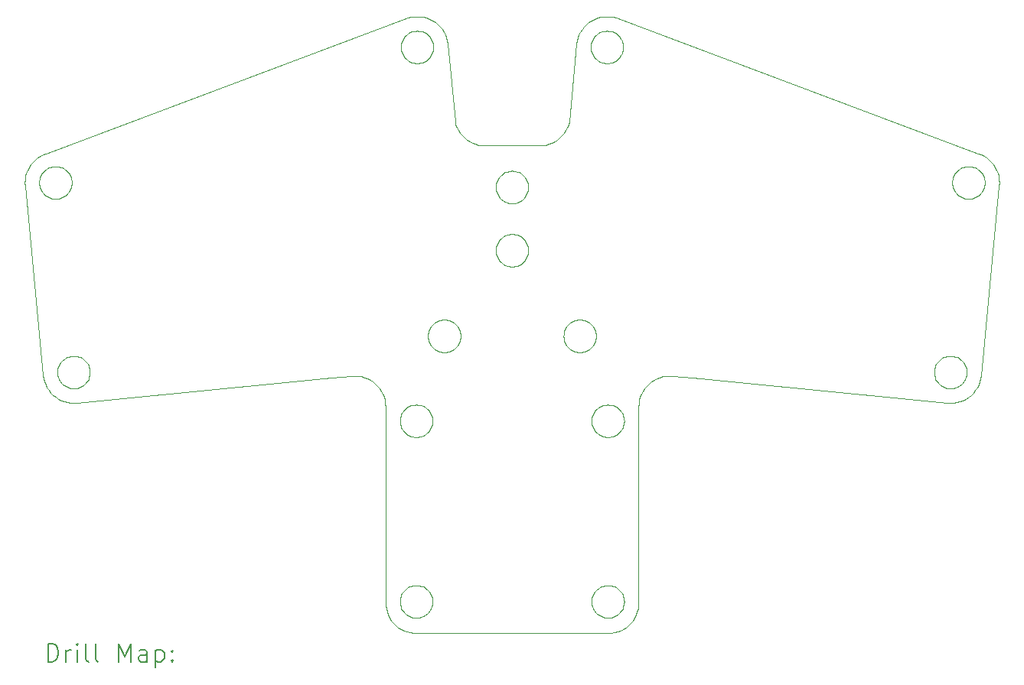
<source format=gbr>
%TF.GenerationSoftware,KiCad,Pcbnew,7.0.8*%
%TF.CreationDate,2023-10-23T18:46:16+02:00*%
%TF.ProjectId,LED_Eyes2,4c45445f-4579-4657-9332-2e6b69636164,rev?*%
%TF.SameCoordinates,Original*%
%TF.FileFunction,Drillmap*%
%TF.FilePolarity,Positive*%
%FSLAX45Y45*%
G04 Gerber Fmt 4.5, Leading zero omitted, Abs format (unit mm)*
G04 Created by KiCad (PCBNEW 7.0.8) date 2023-10-23 18:46:16*
%MOMM*%
%LPD*%
G01*
G04 APERTURE LIST*
%ADD10C,0.100000*%
%ADD11C,0.200000*%
G04 APERTURE END LIST*
D10*
X12889320Y-13462170D02*
X12907520Y-13457290D01*
X14884939Y-11633361D02*
X14885926Y-11614545D01*
X14150562Y-8937560D02*
X14160824Y-8953360D01*
X18964940Y-8837480D02*
X18981730Y-8828920D01*
X18817510Y-11269427D02*
X18799320Y-11264551D01*
X12773750Y-13688980D02*
X12768870Y-13670780D01*
X14984249Y-7160790D02*
X14949874Y-7170000D01*
X13899140Y-8897740D02*
X13914941Y-8887480D01*
X14628298Y-8348430D02*
X14615545Y-8381650D01*
X14931005Y-10730790D02*
X14926130Y-10748980D01*
X14160824Y-9653360D02*
X14169378Y-9670150D01*
X15241010Y-13595940D02*
X15243950Y-13614540D01*
X19393080Y-8957820D02*
X19387510Y-8922670D01*
X12768870Y-11595937D02*
X12773750Y-11577738D01*
X13207610Y-7265860D02*
X13182445Y-7240690D01*
X18875930Y-8974550D02*
X18878870Y-8955940D01*
X13884498Y-9609600D02*
X13899140Y-9597740D01*
X15780480Y-11135224D02*
X16004940Y-11157670D01*
X15292440Y-13896030D02*
X15317610Y-13870860D01*
X14504786Y-8518430D02*
X14474940Y-8537810D01*
X9081730Y-10928920D02*
X9099320Y-10922170D01*
X15243950Y-11614545D02*
X15244940Y-11633361D01*
X14921174Y-7372920D02*
X14934496Y-7359600D01*
X13410825Y-10603360D02*
X13419379Y-10620150D01*
X14110740Y-9188980D02*
X14094939Y-9199250D01*
X13025631Y-7160790D02*
X12990480Y-7155220D01*
X14890501Y-7420150D02*
X14899055Y-7403360D01*
X12854940Y-11789245D02*
X12839140Y-11778983D01*
X14944495Y-11499595D02*
X14959138Y-11487737D01*
X15064940Y-13813360D02*
X15046120Y-13812370D01*
X14181005Y-9005940D02*
X14183953Y-9024550D01*
X13123954Y-13652180D02*
X13121008Y-13670780D01*
X19231010Y-8955940D02*
X19233950Y-8974550D01*
X12809320Y-7387560D02*
X12821180Y-7372920D01*
X15492270Y-11245856D02*
X15517440Y-11220692D01*
X9244940Y-11249245D02*
X9228150Y-11257799D01*
X9192370Y-10917290D02*
X9210560Y-10922170D01*
X8973760Y-9172370D02*
X8954940Y-9173360D01*
X13217516Y-10869430D02*
X13199317Y-10864550D01*
X12839140Y-11778983D02*
X12824500Y-11767127D01*
X13825927Y-9062180D02*
X13824941Y-9043360D01*
X13050742Y-11487737D02*
X13065385Y-11499595D01*
X14909316Y-7387560D02*
X14921174Y-7372920D01*
X14933953Y-10674550D02*
X14934939Y-10693360D01*
X19130010Y-11293207D02*
X19149390Y-11263361D01*
X9136130Y-11272375D02*
X9117520Y-11269427D01*
X19254790Y-8718290D02*
X19224940Y-8698910D01*
X13121008Y-13670780D02*
X13116131Y-13688980D01*
X14900501Y-13560150D02*
X14909055Y-13543360D01*
X12963760Y-11454346D02*
X12982360Y-11457294D01*
X15054940Y-7673360D02*
X15036120Y-7672370D01*
X19019380Y-11020150D02*
X19026130Y-11037740D01*
X8616800Y-9028900D02*
X8816800Y-11128901D01*
X12692270Y-13870860D02*
X12717440Y-13896030D01*
X9275380Y-10959600D02*
X9288710Y-10972920D01*
X19307610Y-8765860D02*
X19282440Y-8740690D01*
X12773750Y-11688984D02*
X12768870Y-11670785D01*
X13833750Y-8987740D02*
X13840502Y-8970150D01*
X14183953Y-9762180D02*
X14181005Y-9780790D01*
X12917520Y-7317290D02*
X12936130Y-7314350D01*
X13433955Y-10712180D02*
X13431007Y-10730790D01*
X13018154Y-13797800D02*
X13000560Y-13804550D01*
X8978870Y-11130785D02*
X8975930Y-11112176D01*
X13849056Y-9833360D02*
X13840502Y-9816570D01*
X14875925Y-7512180D02*
X14874940Y-7493360D01*
X9154940Y-11433361D02*
X9190480Y-11431498D01*
X14681727Y-10857800D02*
X14664939Y-10849250D01*
X8631580Y-8888300D02*
X8622370Y-8922670D01*
X15175380Y-7359600D02*
X15188700Y-7372920D01*
X8614940Y-8993360D02*
X8616800Y-9028900D01*
X13914941Y-9199250D02*
X13899140Y-9188980D01*
X19026130Y-11148984D02*
X19019380Y-11166573D01*
X15244940Y-13633360D02*
X15243950Y-13652180D01*
X9021180Y-11213804D02*
X9009320Y-11199161D01*
X12774940Y-7493360D02*
X12775930Y-7474550D01*
X14900501Y-11560148D02*
X14909055Y-11543360D01*
X18709320Y-10987560D02*
X18721170Y-10972920D01*
X18910560Y-10922170D02*
X18928150Y-10928920D01*
X12717440Y-13896030D02*
X12745100Y-13918430D01*
X15064940Y-11453361D02*
X15083750Y-11454346D01*
X14634496Y-10827130D02*
X14621174Y-10813800D01*
X19193080Y-11128901D02*
X19393080Y-9028900D01*
X12992370Y-7669430D02*
X12973760Y-7672370D01*
X8999060Y-11183361D02*
X8990500Y-11166573D01*
X12764940Y-13633360D02*
X12765930Y-13614540D01*
X14699316Y-10864550D02*
X14681727Y-10857800D01*
X14934939Y-10693360D02*
X14933953Y-10712180D01*
X13967516Y-9219430D02*
X13949317Y-9214550D01*
X13278300Y-7388300D02*
X13265546Y-7355070D01*
X8849140Y-8847740D02*
X8864940Y-8837480D01*
X13199317Y-10522170D02*
X13217516Y-10517290D01*
X15170000Y-13966720D02*
X15203230Y-13953960D01*
X19054940Y-8813360D02*
X19073750Y-8814350D01*
X8784940Y-8698910D02*
X8755090Y-8718290D01*
X8879870Y-11293207D02*
X8902270Y-11320865D01*
X12973760Y-7314350D02*
X12992370Y-7317290D01*
X18899050Y-9083360D02*
X18890500Y-9066570D01*
X13828875Y-9080790D02*
X13825927Y-9062180D01*
X13426131Y-10748980D02*
X13419379Y-10766570D01*
X18944940Y-11249245D02*
X18928150Y-11257799D01*
X13884498Y-8909600D02*
X13899140Y-8897740D01*
X15125630Y-7160790D02*
X15090480Y-7155220D01*
X13116131Y-13577740D02*
X13121008Y-13595940D01*
X9136130Y-10914350D02*
X9154940Y-10913360D01*
X14926130Y-10748980D02*
X14919378Y-10766570D01*
X9134940Y-8993360D02*
X9133950Y-9012180D01*
X9034500Y-10959600D02*
X9049140Y-10947740D01*
X19387510Y-8922670D02*
X19378300Y-8888300D01*
X15170740Y-11778983D02*
X15154940Y-11789245D01*
X18699050Y-11003360D02*
X18709320Y-10987560D01*
X18949140Y-9138980D02*
X18934500Y-9127130D01*
X12559390Y-11303361D02*
X12575550Y-11335070D01*
X12765930Y-11652177D02*
X12764940Y-11633361D01*
X12264940Y-11133361D02*
X12300480Y-11135224D01*
X15231010Y-7455940D02*
X15233950Y-7474550D01*
X14094939Y-9899250D02*
X14078152Y-9907800D01*
X14949139Y-7347740D02*
X14964939Y-7337480D01*
X15046120Y-13812370D02*
X15027520Y-13809430D01*
X13000560Y-13804550D02*
X12982360Y-13809430D01*
X13344941Y-10849250D02*
X13328153Y-10857800D01*
X15102360Y-11457294D02*
X15120560Y-11462171D01*
X12854940Y-13477470D02*
X12871730Y-13468920D01*
X18960000Y-11416720D02*
X18993230Y-11403966D01*
X14991726Y-11468923D02*
X15009320Y-11462171D01*
X14042364Y-9919430D02*
X14023754Y-9922370D01*
X12588300Y-11368294D02*
X12597510Y-11402671D01*
X14779873Y-7293510D02*
X14760491Y-7323360D01*
X15229380Y-11706574D02*
X15220820Y-11723360D01*
X14176130Y-8987740D02*
X14181005Y-9005940D01*
X13126131Y-7437740D02*
X13131007Y-7455940D01*
X14949139Y-7638980D02*
X14934496Y-7627130D01*
X9075380Y-9127130D02*
X9060740Y-9138980D01*
X19188700Y-9113800D02*
X19175380Y-9127130D01*
X18874940Y-8993360D02*
X18875930Y-8974550D01*
X8799060Y-9083360D02*
X8790500Y-9066570D01*
X13110825Y-7583360D02*
X13100564Y-7599160D01*
X14181005Y-9780790D02*
X14176130Y-9798980D01*
X14773754Y-10872370D02*
X14754940Y-10873360D01*
X12597510Y-11402671D02*
X12603080Y-11437821D01*
X9075380Y-8859600D02*
X9088710Y-8872920D01*
X13010564Y-7322170D02*
X13028153Y-7328920D01*
X13419379Y-10620150D02*
X13426131Y-10637740D01*
X8727440Y-8740690D02*
X8702270Y-8765860D01*
X12604940Y-11473360D02*
X12604940Y-13643360D01*
X14060563Y-9572170D02*
X14078152Y-9578920D01*
X14183953Y-9024550D02*
X14184939Y-9043360D01*
X13018154Y-11797799D02*
X13000560Y-11804551D01*
X13249389Y-7323360D02*
X13230007Y-7293510D01*
X18910560Y-11264551D02*
X18892360Y-11269427D01*
X12799320Y-13739160D02*
X12789060Y-13723360D01*
X13154787Y-7218290D02*
X13124941Y-7198910D01*
X13050742Y-13778980D02*
X13034940Y-13789240D01*
X13986126Y-9922370D02*
X13967516Y-9919430D01*
X14959138Y-11778983D02*
X14944495Y-11767127D01*
X14184939Y-9743360D02*
X14183953Y-9762180D01*
X13833750Y-9098980D02*
X13828875Y-9080790D01*
X14042364Y-8867290D02*
X14060563Y-8872170D01*
X8821180Y-9113800D02*
X8809320Y-9099160D01*
X12982360Y-13457290D02*
X13000560Y-13462170D01*
X8616800Y-8957820D02*
X8614940Y-8993360D01*
X18960740Y-11238984D02*
X18944940Y-11249245D01*
X9310830Y-11003360D02*
X9319380Y-11020150D01*
X19033950Y-11112176D02*
X19031010Y-11130785D01*
X15517440Y-11220692D02*
X15545090Y-11198295D01*
X18921170Y-9113800D02*
X18909320Y-9099160D01*
X14160824Y-9833360D02*
X14150562Y-9849160D01*
X14304940Y-8583360D02*
X13704940Y-8583360D01*
X12774940Y-13937810D02*
X12806650Y-13953960D01*
X18949140Y-8847740D02*
X18964940Y-8837480D01*
X14949874Y-7170000D02*
X14916648Y-7182760D01*
X12907520Y-13457290D02*
X12926130Y-13454340D01*
X18799320Y-10922170D02*
X18817510Y-10917290D01*
X14023754Y-9922370D02*
X14004940Y-9923360D01*
X15210560Y-13739160D02*
X15198710Y-13753800D01*
X18709320Y-11199161D02*
X18699050Y-11183361D01*
X14999316Y-7664550D02*
X14981727Y-7657800D01*
X15144940Y-7337480D02*
X15160740Y-7347740D01*
X14981727Y-7657800D02*
X14964939Y-7649250D01*
X15226130Y-7437740D02*
X15231010Y-7455940D01*
X14934496Y-7359600D02*
X14949139Y-7347740D01*
X13075927Y-10712180D02*
X13074941Y-10693360D01*
X13949317Y-9214550D02*
X13931728Y-9207800D01*
X9049140Y-11238984D02*
X9034500Y-11227126D01*
X13388706Y-10572920D02*
X13400564Y-10587560D01*
X18781730Y-11257799D02*
X18764940Y-11249245D01*
X12824500Y-11499595D02*
X12839140Y-11487737D01*
X9117520Y-11269427D02*
X9099320Y-11264551D01*
X13344941Y-10537480D02*
X13360741Y-10547740D01*
X8954940Y-8813360D02*
X8973760Y-8814350D01*
X14681727Y-10528920D02*
X14699316Y-10522170D01*
X14893749Y-13688980D02*
X14888872Y-13670780D01*
X15198710Y-13512920D02*
X15210560Y-13527560D01*
X13287511Y-7422670D02*
X13278300Y-7388300D01*
X14181005Y-9705940D02*
X14183953Y-9724550D01*
X13099056Y-10603360D02*
X13109318Y-10587560D01*
X15231010Y-7530790D02*
X15226130Y-7548980D01*
X14736124Y-10514350D02*
X14754940Y-10513360D01*
X13181728Y-10528920D02*
X13199317Y-10522170D01*
X13505094Y-8518430D02*
X13477436Y-8496030D01*
X15200560Y-7387560D02*
X15210820Y-7403360D01*
X9099320Y-10922170D02*
X9117520Y-10917290D01*
X12370010Y-11150002D02*
X12403230Y-11162755D01*
X18675930Y-11074546D02*
X18678870Y-11055936D01*
X19160740Y-9138980D02*
X19144940Y-9149250D01*
X13431007Y-10655940D02*
X13433955Y-10674550D01*
X14060563Y-9214550D02*
X14042364Y-9219430D01*
X18734500Y-10959600D02*
X18749140Y-10947740D01*
X15236130Y-11577738D02*
X15241010Y-11595937D01*
X19210820Y-8903360D02*
X19219380Y-8920150D01*
X14717515Y-10869430D02*
X14699316Y-10864550D01*
X13410493Y-8413360D02*
X13394335Y-8381650D01*
X18674940Y-11093360D02*
X18675930Y-11074546D01*
X18988700Y-10972920D02*
X19000560Y-10987560D01*
X12606800Y-13678900D02*
X12612370Y-13714050D01*
X13181728Y-10857800D02*
X13164941Y-10849250D01*
X13131007Y-7455940D02*
X13133955Y-7474550D01*
X14828152Y-10528920D02*
X14844939Y-10537480D01*
X12963760Y-13812370D02*
X12944940Y-13813360D01*
X13400564Y-10587560D02*
X13410825Y-10603360D01*
X15138150Y-11468923D02*
X15154940Y-11477476D01*
X19187510Y-11164051D02*
X19193080Y-11128901D01*
X15160740Y-7638980D02*
X15144940Y-7649250D01*
X15359390Y-13813360D02*
X15375540Y-13781650D01*
X13099056Y-10783360D02*
X13090502Y-10766570D01*
X14931173Y-13512920D02*
X14944495Y-13499590D01*
X13100564Y-7387560D02*
X13110825Y-7403360D01*
X13859318Y-8937560D02*
X13871175Y-8922920D01*
X15229380Y-11560148D02*
X15236130Y-11577738D01*
X18944940Y-10937480D02*
X18960740Y-10947740D01*
X18675930Y-11112176D02*
X18674940Y-11093360D01*
X15009320Y-11462171D02*
X15027520Y-11457294D01*
X9300560Y-11199161D02*
X9288710Y-11213804D01*
X15744940Y-11133361D02*
X15780480Y-11135224D01*
X19031010Y-11130785D02*
X19026130Y-11148984D01*
X14828152Y-10857800D02*
X14810563Y-10864550D01*
X19026130Y-11037740D02*
X19031010Y-11055936D01*
X15220820Y-13543360D02*
X15229380Y-13560150D01*
X15236130Y-13688980D02*
X15229380Y-13706570D01*
X13100564Y-7599160D02*
X13088706Y-7613800D01*
X19000560Y-11199161D02*
X18988700Y-11213804D01*
X15219380Y-7566570D02*
X15210820Y-7583360D01*
X19210820Y-9083360D02*
X19200560Y-9099160D01*
X9331010Y-11055936D02*
X9333950Y-11074546D01*
X18878870Y-8955940D02*
X18883750Y-8937740D01*
X15403080Y-13678900D02*
X15404940Y-13643360D01*
X12834500Y-7359600D02*
X12849140Y-7347740D01*
X19233950Y-8974550D02*
X19234940Y-8993360D01*
X15036120Y-7314350D02*
X15054940Y-7313360D01*
X13182445Y-7240690D02*
X13154787Y-7218290D01*
X15233950Y-7474550D02*
X15234940Y-7493360D01*
X15434330Y-11335070D02*
X15450490Y-11303361D01*
X14176130Y-9098980D02*
X14169378Y-9116570D01*
X18899050Y-8903360D02*
X18909320Y-8887560D01*
X14443230Y-8553970D02*
X14410004Y-8566720D01*
X14599055Y-10783360D02*
X14590501Y-10766570D01*
X15083750Y-11454346D02*
X15102360Y-11457294D01*
X9119400Y-11431498D02*
X9154940Y-11433361D01*
X9228150Y-11257799D02*
X9210560Y-11264551D01*
X14169378Y-9816570D02*
X14160824Y-9833360D01*
X14094939Y-9587480D02*
X14110740Y-9597740D01*
X12821180Y-7372920D02*
X12834500Y-7359600D01*
X9044940Y-8837480D02*
X9060740Y-8847740D01*
X9099320Y-11264551D02*
X9081730Y-11257799D01*
X14959138Y-11487737D02*
X14974940Y-11477476D01*
X13126131Y-7548980D02*
X13119379Y-7566570D01*
X9210560Y-11264551D02*
X9192370Y-11269427D01*
X13429874Y-8443210D02*
X13410493Y-8413360D01*
X12926130Y-13454340D02*
X12944940Y-13453360D01*
X13065385Y-11499595D02*
X13078707Y-11512917D01*
X19128150Y-9157800D02*
X19110560Y-9164550D01*
X15200560Y-7599160D02*
X15188700Y-7613800D01*
X13388706Y-10813800D02*
X13375384Y-10827130D01*
X9133950Y-9012180D02*
X9131010Y-9030790D01*
X15210560Y-11527560D02*
X15220820Y-11543360D01*
X12871730Y-13468920D02*
X12889320Y-13462170D01*
X9060740Y-9138980D02*
X9044940Y-9149250D01*
X19031010Y-11055936D02*
X19033950Y-11074546D01*
X14583749Y-10637740D02*
X14590501Y-10620150D01*
X9288710Y-10972920D02*
X9300560Y-10987560D01*
X12849140Y-7638980D02*
X12834500Y-7627130D01*
X13273756Y-10514350D02*
X13292365Y-10517290D01*
X13452271Y-8470870D02*
X13429874Y-8443210D01*
X15234940Y-13937810D02*
X15264780Y-13918430D01*
X13044941Y-7337480D02*
X13060741Y-7347740D01*
X13100825Y-13723360D02*
X13090563Y-13739160D01*
X8778870Y-9030790D02*
X8775930Y-9012180D01*
X14991726Y-13468920D02*
X15009320Y-13462170D01*
X12944940Y-13813360D02*
X12926130Y-13812370D01*
X13124941Y-11633361D02*
X13123954Y-11652177D01*
X19234940Y-8993360D02*
X19233950Y-9012180D01*
X14169378Y-8970150D02*
X14176130Y-8987740D01*
X12839140Y-13487740D02*
X12854940Y-13477470D01*
X8778870Y-8955940D02*
X8783750Y-8937740D01*
X13060741Y-7347740D02*
X13075384Y-7359600D01*
X13110825Y-7403360D02*
X13119379Y-7420150D01*
X19019380Y-11166573D02*
X19010820Y-11183361D01*
X15138150Y-11797799D02*
X15120560Y-11804551D01*
X13431007Y-10730790D02*
X13426131Y-10748980D01*
X12335630Y-11140790D02*
X12370010Y-11150002D01*
X15120560Y-11462171D02*
X15138150Y-11468923D01*
X9326130Y-11037740D02*
X9331010Y-11055936D01*
X14744334Y-7355070D02*
X14731580Y-7388300D01*
X12612370Y-13714050D02*
X12621580Y-13748420D01*
X8679870Y-8793510D02*
X8660490Y-8823360D01*
X13825927Y-9724550D02*
X13828875Y-9705940D01*
X13083750Y-10637740D02*
X13090502Y-10620150D01*
X15243950Y-13652180D02*
X15241010Y-13670780D01*
X14169378Y-9670150D02*
X14176130Y-9687740D01*
X19178300Y-11198426D02*
X19187510Y-11164051D01*
X12936130Y-7672370D02*
X12917520Y-7669430D01*
X15185380Y-13767130D02*
X15170740Y-13778980D01*
X19073750Y-9172370D02*
X19054940Y-9173360D01*
X13123954Y-11652177D02*
X13121008Y-11670785D01*
X13018154Y-11468923D02*
X13034940Y-11477476D01*
X13884498Y-9877130D02*
X13871175Y-9863800D01*
X13871175Y-9622920D02*
X13884498Y-9609600D01*
X13109379Y-13706570D02*
X13100825Y-13723360D01*
X13078707Y-13753800D02*
X13065385Y-13767130D01*
X14160824Y-8953360D02*
X14169378Y-8970150D01*
X13060741Y-7638980D02*
X13044941Y-7649250D01*
X18909320Y-8887560D02*
X18921170Y-8872920D01*
X13065385Y-13499590D02*
X13078707Y-13512920D01*
X8975930Y-11112176D02*
X8974940Y-11093360D01*
X18854940Y-11273360D02*
X18836120Y-11272375D01*
X12854940Y-11477476D02*
X12871730Y-11468923D01*
X13078707Y-11512917D02*
X13090563Y-11527560D01*
X15469870Y-11273514D02*
X15492270Y-11245856D01*
X19365540Y-8855070D02*
X19349390Y-8823360D01*
X12464790Y-11198295D02*
X12492440Y-11220692D01*
X9331010Y-11130785D02*
X9326130Y-11148984D01*
X13074941Y-10693360D02*
X13075927Y-10674550D01*
X12789060Y-11723360D02*
X12780500Y-11706574D01*
X12982360Y-11457294D02*
X13000560Y-11462171D01*
X15154940Y-13789240D02*
X15138150Y-13797800D01*
X15412370Y-11402671D02*
X15421580Y-11368294D01*
X14919378Y-10766570D02*
X14910824Y-10783360D01*
X12783750Y-7548980D02*
X12778870Y-7530790D01*
X9016650Y-11403966D02*
X9049880Y-11416720D01*
X14621174Y-10572920D02*
X14634496Y-10559600D01*
X13375384Y-10827130D02*
X13360741Y-10838980D01*
X12889320Y-11804551D02*
X12871730Y-11797799D01*
X15054940Y-7313360D02*
X15073750Y-7314350D01*
X8834500Y-8859600D02*
X8849140Y-8847740D01*
X8809320Y-8887560D02*
X8821180Y-8872920D01*
X15674250Y-11140790D02*
X15709400Y-11135224D01*
X15241010Y-11595937D02*
X15243950Y-11614545D01*
X18892360Y-10917290D02*
X18910560Y-10922170D01*
X13310564Y-10522170D02*
X13328153Y-10528920D01*
X14574940Y-10693360D02*
X14575925Y-10674550D01*
X18799320Y-11264551D02*
X18781730Y-11257799D01*
X13109379Y-11706574D02*
X13100825Y-11723360D01*
X14959138Y-13778980D02*
X14944495Y-13767130D01*
X9034500Y-11227126D02*
X9021180Y-11213804D01*
X13265546Y-7355070D02*
X13249389Y-7323360D01*
X14885926Y-13614540D02*
X14888872Y-13595940D01*
X14125382Y-9609600D02*
X14138705Y-9622920D01*
X15064940Y-11813361D02*
X15046120Y-11812374D01*
X8902270Y-11320865D02*
X8927440Y-11346030D01*
X14634496Y-10559600D02*
X14649139Y-10547740D01*
X14599055Y-10603360D02*
X14609316Y-10587560D01*
X14773754Y-10514350D02*
X14792364Y-10517290D01*
X9028150Y-8828920D02*
X9044940Y-8837480D01*
X14909055Y-13543360D02*
X14919317Y-13527560D01*
X15175380Y-7627130D02*
X15160740Y-7638980D01*
X15198710Y-13753800D02*
X15185380Y-13767130D01*
X12944940Y-11813361D02*
X12926130Y-11812374D01*
X13828875Y-9005940D02*
X13833750Y-8987740D01*
X12824500Y-13767130D02*
X12811170Y-13753800D01*
X9049880Y-11416720D02*
X9084250Y-11425931D01*
X13065385Y-13767130D02*
X13050742Y-13778980D01*
X18764940Y-11249245D02*
X18749140Y-11238984D01*
X8936130Y-8814350D02*
X8954940Y-8813360D01*
X8816650Y-8682760D02*
X8784940Y-8698910D01*
X12907520Y-11457294D02*
X12926130Y-11454346D01*
X13849056Y-9133360D02*
X13840502Y-9116570D01*
X15102360Y-11809428D02*
X15083750Y-11812374D01*
X8755090Y-8718290D02*
X8727440Y-8740690D01*
X14919317Y-11527560D02*
X14931173Y-11512917D01*
X18819400Y-11431498D02*
X18854940Y-11433361D01*
X14919378Y-10620150D02*
X14926130Y-10637740D01*
X14474940Y-8537810D02*
X14443230Y-8553970D01*
X12881730Y-7657800D02*
X12864940Y-7649250D01*
X13477436Y-8496030D02*
X13452271Y-8470870D01*
X14138705Y-9622920D02*
X14150562Y-9637560D01*
X15128150Y-7328920D02*
X15144940Y-7337480D01*
X19219380Y-8920150D02*
X19226130Y-8937740D01*
X14919317Y-11739162D02*
X14909055Y-11723360D01*
X14933953Y-10712180D02*
X14931005Y-10730790D01*
X13199317Y-10864550D02*
X13181728Y-10857800D01*
X13116131Y-11688984D02*
X13109379Y-11706574D01*
X13931728Y-8878920D02*
X13949317Y-8872170D01*
X12954940Y-7313360D02*
X12973760Y-7314350D01*
X13093232Y-7182760D02*
X13060006Y-7170000D01*
X13400564Y-10799160D02*
X13388706Y-10813800D01*
X13328153Y-10528920D02*
X13344941Y-10537480D01*
X13065385Y-11767127D02*
X13050742Y-11778983D01*
X9319380Y-11020150D02*
X9326130Y-11037740D01*
X19017510Y-8817290D02*
X19036120Y-8814350D01*
X15135630Y-13975930D02*
X15170000Y-13966720D01*
X15170740Y-13778980D02*
X15154940Y-13789240D01*
X8622370Y-8922670D02*
X8616800Y-8957820D01*
X19092360Y-8817290D02*
X19110560Y-8822170D01*
X14981727Y-7328920D02*
X14999316Y-7322170D01*
X12403230Y-11162755D02*
X12434940Y-11178911D01*
X19175380Y-8859600D02*
X19188700Y-8872920D01*
X13121008Y-11670785D02*
X13116131Y-11688984D01*
X14125382Y-9877130D02*
X14110740Y-9888980D01*
X13100825Y-13543360D02*
X13109379Y-13560150D01*
X18934500Y-9127130D02*
X18921170Y-9113800D01*
X8978870Y-11055936D02*
X8983750Y-11037740D01*
X13000560Y-13462170D02*
X13018154Y-13468920D01*
X14875382Y-10827130D02*
X14860740Y-10838980D01*
X18854940Y-10913360D02*
X18873750Y-10914350D01*
X8816800Y-11128901D02*
X8822370Y-11164051D01*
X12899320Y-7664550D02*
X12881730Y-7657800D01*
X15226130Y-7548980D02*
X15219380Y-7566570D01*
X14023754Y-9564350D02*
X14042364Y-9567290D01*
X18883750Y-8937740D02*
X18890500Y-8920150D01*
X13124941Y-13633360D02*
X13123954Y-13652180D01*
X18960740Y-10947740D02*
X18975380Y-10959600D01*
X15241010Y-11670785D02*
X15236130Y-11688984D01*
X18975380Y-11227126D02*
X18960740Y-11238984D01*
X9110830Y-9083360D02*
X9100560Y-9099160D01*
X8790500Y-8920150D02*
X8799060Y-8903360D01*
X12789060Y-13723360D02*
X12780500Y-13706570D01*
X14125382Y-9177130D02*
X14110740Y-9188980D01*
X15236130Y-13577740D02*
X15241010Y-13595940D01*
X15090480Y-7155220D02*
X15054940Y-7153360D01*
X13123954Y-13614540D02*
X13124941Y-13633360D01*
X13426131Y-10637740D02*
X13431007Y-10655940D01*
X8999060Y-11003360D02*
X9009320Y-10987560D01*
X13949317Y-9914550D02*
X13931728Y-9907800D01*
X14888872Y-11595937D02*
X14893749Y-11577738D01*
X8849880Y-8670000D02*
X8816650Y-8682760D01*
X8809320Y-9099160D02*
X8799060Y-9083360D01*
X13254940Y-10513360D02*
X13273756Y-10514350D01*
X13217516Y-10517290D02*
X13236126Y-10514350D01*
X14792364Y-10517290D02*
X14810563Y-10522170D01*
X14590501Y-10766570D02*
X14583749Y-10748980D01*
X15120560Y-13804550D02*
X15102360Y-13809430D01*
X18836120Y-11272375D02*
X18817510Y-11269427D01*
X15210560Y-11739162D02*
X15198710Y-11753805D01*
X14169378Y-9116570D02*
X14160824Y-9133360D01*
X18890480Y-11431498D02*
X18925630Y-11425931D01*
X13149140Y-10838980D02*
X13134498Y-10827130D01*
X13824941Y-9043360D02*
X13825927Y-9024550D01*
X13078875Y-10655940D02*
X13083750Y-10637740D01*
X15009320Y-13804550D02*
X14991726Y-13797800D01*
X15009320Y-13462170D02*
X15027520Y-13457290D01*
X12871730Y-11797799D02*
X12854940Y-11789245D01*
X14736124Y-10872370D02*
X14717515Y-10869430D01*
X13088706Y-7613800D02*
X13075384Y-7627130D01*
X14916648Y-7182760D02*
X14884939Y-7198910D01*
X12004940Y-11156916D02*
X12004940Y-11157670D01*
X15375540Y-13781650D02*
X15388300Y-13748420D01*
X12773750Y-11577738D02*
X12780500Y-11560148D01*
X14532444Y-8496030D02*
X14504786Y-8518430D01*
X12811170Y-13753800D02*
X12799320Y-13739160D01*
X12773750Y-13577740D02*
X12780500Y-13560150D01*
X14580006Y-8443210D02*
X14557609Y-8470870D01*
X14944495Y-13767130D02*
X14931173Y-13753800D01*
X19017510Y-9169430D02*
X18999320Y-9164550D01*
X14888872Y-13670780D02*
X14885926Y-13652180D01*
X8917520Y-8817290D02*
X8936130Y-8814350D01*
X12944940Y-13983360D02*
X15064940Y-13983360D01*
X8864940Y-8837480D02*
X8881730Y-8828920D01*
X14792364Y-10869430D02*
X14773754Y-10872370D01*
X13840502Y-9670150D02*
X13849056Y-9653360D01*
X13931728Y-9907800D02*
X13914941Y-9899250D01*
X19000560Y-10987560D02*
X19010820Y-11003360D01*
X14900562Y-10587560D02*
X14910824Y-10603360D01*
X12907520Y-11809428D02*
X12889320Y-11804551D01*
X13825927Y-9762180D02*
X13824941Y-9743360D01*
X13075384Y-7627130D02*
X13060741Y-7638980D01*
X14183953Y-9724550D02*
X14184939Y-9743360D01*
X18890500Y-9066570D02*
X18883750Y-9048980D01*
X19110560Y-9164550D02*
X19092360Y-9169430D01*
X14717515Y-10517290D02*
X14736124Y-10514350D01*
X8899320Y-9164550D02*
X8881730Y-9157800D01*
X12765930Y-13652180D02*
X12764940Y-13633360D01*
X15229380Y-13706570D02*
X15220820Y-13723360D01*
X12926130Y-11812374D02*
X12907520Y-11809428D01*
X13109318Y-10587560D02*
X13121175Y-10572920D01*
X13134498Y-10827130D02*
X13121175Y-10813800D01*
X19036120Y-8814350D02*
X19054940Y-8813360D01*
X15450490Y-11303361D02*
X15469870Y-11273514D01*
X15154940Y-11477476D02*
X15170740Y-11487737D01*
X13914941Y-8887480D02*
X13931728Y-8878920D01*
X14900501Y-13706570D02*
X14893749Y-13688980D01*
X14004940Y-9563360D02*
X14023754Y-9564350D01*
X19349390Y-8823360D02*
X19330010Y-8793510D01*
X13078875Y-10730790D02*
X13075927Y-10712180D01*
X14138705Y-9863800D02*
X14125382Y-9877130D01*
X14649139Y-10547740D02*
X14664939Y-10537480D01*
X19036120Y-9172370D02*
X19017510Y-9169430D01*
X15046120Y-11812374D02*
X15027520Y-11809428D01*
X14150562Y-9637560D02*
X14160824Y-9653360D01*
X14575925Y-10674550D02*
X14578873Y-10655940D01*
X9300560Y-10987560D02*
X9310830Y-11003360D01*
X14909055Y-11723360D02*
X14900501Y-11706574D01*
X18975380Y-10959600D02*
X18988700Y-10972920D01*
X14884939Y-7198910D02*
X14855093Y-7218290D01*
X9333950Y-11074546D02*
X9334940Y-11093360D01*
X13100825Y-11543360D02*
X13109379Y-11560148D01*
X13083750Y-10748980D02*
X13078875Y-10730790D01*
X18999320Y-8822170D02*
X19017510Y-8817290D01*
X9288710Y-11213804D02*
X9275380Y-11227126D01*
X15574940Y-11178911D02*
X15606650Y-11162755D01*
X19092360Y-9169430D02*
X19073750Y-9172370D01*
X15210820Y-7403360D02*
X15219380Y-7420150D01*
X12834500Y-7627130D02*
X12821180Y-7613800D01*
X18928150Y-10928920D02*
X18944940Y-10937480D01*
X13090563Y-13739160D02*
X13078707Y-13753800D01*
X13293078Y-7457820D02*
X13287511Y-7422670D01*
X14888872Y-11670785D02*
X14885926Y-11652177D01*
X12839140Y-11487737D02*
X12854940Y-11477476D01*
X13634251Y-8575930D02*
X13599876Y-8566720D01*
X9190480Y-11431498D02*
X12004940Y-11156916D01*
X13124941Y-7198910D02*
X13093232Y-7182760D01*
X14731580Y-7388300D02*
X14722369Y-7422670D01*
X13028153Y-7328920D02*
X13044941Y-7337480D01*
X14890501Y-7566570D02*
X14883749Y-7548980D01*
X14875382Y-10559600D02*
X14888705Y-10572920D01*
X13123954Y-11614545D02*
X13124941Y-11633361D01*
X13840502Y-9816570D02*
X13833750Y-9798980D01*
X14860740Y-10838980D02*
X14844939Y-10849250D01*
X13833750Y-9687740D02*
X13840502Y-9670150D01*
X13360741Y-10838980D02*
X13344941Y-10849250D01*
X9244940Y-10937480D02*
X9260740Y-10947740D01*
X15027520Y-13457290D02*
X15046120Y-13454340D01*
X15027520Y-13809430D02*
X15009320Y-13804550D01*
X13884498Y-9177130D02*
X13871175Y-9163800D01*
X13075927Y-10674550D02*
X13078875Y-10655940D01*
X14609316Y-10799160D02*
X14599055Y-10783360D01*
X14888705Y-10813800D02*
X14875382Y-10827130D01*
X12811170Y-13512920D02*
X12824500Y-13499590D01*
X13914941Y-9587480D02*
X13931728Y-9578920D01*
X9119380Y-8920150D02*
X9126130Y-8937740D01*
X14023754Y-8864350D02*
X14042364Y-8867290D01*
X8954940Y-9173360D02*
X8936130Y-9172370D01*
X18892360Y-11269427D02*
X18873750Y-11272375D01*
X14810563Y-10522170D02*
X14828152Y-10528920D01*
X14888872Y-13595940D02*
X14893749Y-13577740D01*
X14176130Y-9687740D02*
X14181005Y-9705940D01*
X13949317Y-8872170D02*
X13967516Y-8867290D01*
X13828875Y-9780790D02*
X13825927Y-9762180D01*
X14931173Y-13753800D02*
X14919317Y-13739160D01*
X9228150Y-10928920D02*
X9244940Y-10937480D01*
X15092360Y-7669430D02*
X15073750Y-7672370D01*
X14160824Y-9133360D02*
X14150562Y-9149160D01*
X15083750Y-13812370D02*
X15064940Y-13813360D01*
X15397510Y-13714050D02*
X15403080Y-13678900D01*
X8822370Y-11164051D02*
X8831580Y-11198426D01*
X14557609Y-8470870D02*
X14532444Y-8496030D01*
X12300480Y-11135224D02*
X12335630Y-11140790D01*
X14926130Y-10637740D02*
X14931005Y-10655940D01*
X13100825Y-11723360D02*
X13090563Y-11739162D01*
X12780500Y-11560148D02*
X12789060Y-11543360D01*
X14181005Y-9080790D02*
X14176130Y-9098980D01*
X12492440Y-11220692D02*
X12517610Y-11245856D01*
X15083750Y-11812374D02*
X15064940Y-11813361D01*
X15203230Y-13953960D02*
X15234940Y-13937810D01*
X8992370Y-9169430D02*
X8973760Y-9172370D01*
X14138705Y-8922920D02*
X14150562Y-8937560D01*
X13310564Y-10864550D02*
X13292365Y-10869430D01*
X12669880Y-13843210D02*
X12692270Y-13870860D01*
X18873750Y-10914350D02*
X18892360Y-10917290D01*
X9154940Y-10913360D02*
X9173760Y-10914350D01*
X14909055Y-13723360D02*
X14900501Y-13706570D01*
X19282440Y-8740690D02*
X19254790Y-8718290D01*
X9260740Y-10947740D02*
X9275380Y-10959600D01*
X19149390Y-11263361D02*
X19165540Y-11231652D01*
X14004940Y-9223360D02*
X13986126Y-9222370D01*
X18683750Y-11037740D02*
X18690500Y-11020150D01*
X12871730Y-13797800D02*
X12854940Y-13789240D01*
X14883749Y-7437740D02*
X14890501Y-7420150D01*
X13018154Y-13468920D02*
X13034940Y-13477470D01*
X12982360Y-11809428D02*
X12963760Y-11812374D01*
X13849056Y-8953360D02*
X13859318Y-8937560D01*
X14078152Y-9907800D02*
X14060563Y-9914550D01*
X12944940Y-13453360D02*
X12963760Y-13454340D01*
X14893749Y-13577740D02*
X14900501Y-13560150D01*
X12780500Y-13706570D02*
X12773750Y-13688980D01*
X18883750Y-9048980D02*
X18878870Y-9030790D01*
X15036120Y-7672370D02*
X15017510Y-7669430D01*
X15017510Y-7669430D02*
X14999316Y-7664550D01*
X8983750Y-11148984D02*
X8978870Y-11130785D01*
X8834500Y-9127130D02*
X8821180Y-9113800D01*
X15102360Y-13809430D02*
X15083750Y-13812370D01*
X12899320Y-7322170D02*
X12917520Y-7317290D01*
X12768870Y-13670780D02*
X12765930Y-13652180D01*
X14931173Y-11512917D02*
X14944495Y-11499595D01*
X15170740Y-13487740D02*
X15185380Y-13499590D01*
X15421580Y-11368294D02*
X15434330Y-11335070D01*
X13164941Y-10537480D02*
X13181728Y-10528920D01*
X15243950Y-11652177D02*
X15241010Y-11670785D01*
X13833750Y-9798980D02*
X13828875Y-9780790D01*
X18683750Y-11148984D02*
X18678870Y-11130785D01*
X13078707Y-11753805D02*
X13065385Y-11767127D01*
X9117520Y-10917290D02*
X9136130Y-10914350D01*
X12799320Y-11527560D02*
X12811170Y-11512917D01*
X19160000Y-8670000D02*
X15160000Y-7170000D01*
X19200560Y-9099160D02*
X19188700Y-9113800D01*
X12780500Y-13560150D02*
X12789060Y-13543360D01*
X16004940Y-11157670D02*
X16004940Y-11156916D01*
X14910824Y-10783360D02*
X14900562Y-10799160D01*
X9173760Y-11272375D02*
X9154940Y-11273360D01*
X9131010Y-8955940D02*
X9133950Y-8974550D01*
X13394335Y-8381650D02*
X13381582Y-8348430D01*
X13034940Y-11477476D02*
X13050742Y-11487737D01*
X12768870Y-13595940D02*
X12773750Y-13577740D01*
X15144940Y-7649250D02*
X15128150Y-7657800D01*
X13121175Y-10813800D02*
X13109318Y-10799160D01*
X13419379Y-10766570D02*
X13410825Y-10783360D01*
X18873750Y-11272375D02*
X18854940Y-11273360D01*
X14150562Y-9149160D02*
X14138705Y-9163800D01*
X14910824Y-10603360D02*
X14919378Y-10620150D01*
X14974940Y-11789245D02*
X14959138Y-11778983D01*
X15073750Y-7314350D02*
X15092360Y-7317290D01*
X13433955Y-10674550D02*
X13434940Y-10693360D01*
X13109379Y-11560148D02*
X13116131Y-11577738D01*
X13090502Y-10620150D02*
X13099056Y-10603360D01*
X12954940Y-7153360D02*
X12919400Y-7155220D01*
X14893749Y-11577738D02*
X14900501Y-11560148D01*
X12809320Y-7599160D02*
X12799060Y-7583360D01*
X14885926Y-11614545D02*
X14888872Y-11595937D01*
X14110740Y-9597740D02*
X14125382Y-9609600D01*
X12765930Y-13614540D02*
X12768870Y-13595940D01*
X9334940Y-11093360D02*
X9333950Y-11112176D01*
X13044941Y-7649250D02*
X13028153Y-7657800D01*
X13090563Y-13527560D02*
X13100825Y-13543360D01*
X12540010Y-11273514D02*
X12559390Y-11303361D01*
X12799320Y-13527560D02*
X12811170Y-13512920D01*
X14888705Y-10572920D02*
X14900562Y-10587560D01*
X9009320Y-11199161D02*
X8999060Y-11183361D01*
X8660490Y-8823360D02*
X8644340Y-8855070D01*
X9010560Y-9164550D02*
X8992370Y-9169430D01*
X8927440Y-11346030D02*
X8955090Y-11368427D01*
X13121175Y-10572920D02*
X13134498Y-10559600D01*
X9049140Y-10947740D02*
X9064940Y-10937480D01*
X13849056Y-9653360D02*
X13859318Y-9637560D01*
X12881730Y-7328920D02*
X12899320Y-7322170D01*
X15019400Y-7155220D02*
X14984249Y-7160790D01*
X19188700Y-8872920D02*
X19200560Y-8887560D01*
X8849140Y-9138980D02*
X8834500Y-9127130D01*
X8881730Y-8828920D02*
X8899320Y-8822170D01*
X18925630Y-11425931D02*
X18960000Y-11416720D01*
X9064940Y-11249245D02*
X9049140Y-11238984D01*
X14944495Y-13499590D02*
X14959138Y-13487740D01*
X14094939Y-9199250D02*
X14078152Y-9207800D01*
X19107610Y-11320865D02*
X19130010Y-11293207D01*
X13899140Y-9888980D02*
X13884498Y-9877130D01*
X8984940Y-11387809D02*
X9016650Y-11403966D01*
X14934496Y-7627130D02*
X14921174Y-7613800D01*
X13871175Y-9863800D02*
X13859318Y-9849160D01*
X15083750Y-13454340D02*
X15102360Y-13457290D01*
X18875930Y-9012180D02*
X18874940Y-8993360D01*
X12849880Y-7170000D02*
X8849880Y-8670000D01*
X14900501Y-11706574D02*
X14893749Y-11688984D01*
X14599387Y-8413360D02*
X14580006Y-8443210D01*
X19219380Y-9066570D02*
X19210820Y-9083360D01*
X14575925Y-10712180D02*
X14574940Y-10693360D01*
X8936130Y-9172370D02*
X8917520Y-9169430D01*
X13899140Y-9188980D02*
X13884498Y-9177130D01*
X15092360Y-7317290D02*
X15110560Y-7322170D01*
X14183953Y-9062180D02*
X14181005Y-9080790D01*
X15046120Y-13454340D02*
X15064940Y-13453360D01*
X18749140Y-10947740D02*
X18764940Y-10937480D01*
X13149140Y-10547740D02*
X13164941Y-10537480D01*
X18981730Y-9157800D02*
X18964940Y-9149250D01*
X14664939Y-10537480D02*
X14681727Y-10528920D01*
X18836120Y-10914350D02*
X18854940Y-10913360D01*
X9192370Y-11269427D02*
X9173760Y-11272375D01*
X15027520Y-11809428D02*
X15009320Y-11804551D01*
X15709400Y-11135224D02*
X15744940Y-11133361D01*
X13899140Y-9597740D02*
X13914941Y-9587480D01*
X19165540Y-11231652D02*
X19178300Y-11198426D01*
X12849140Y-7347740D02*
X12864940Y-7337480D01*
X18928150Y-11257799D02*
X18910560Y-11264551D01*
X14150562Y-9849160D02*
X14138705Y-9863800D01*
X14878873Y-7455940D02*
X14883749Y-7437740D01*
X14883749Y-7548980D02*
X14878873Y-7530790D01*
X12990480Y-7155220D02*
X12954940Y-7153360D01*
X19226130Y-8937740D02*
X19231010Y-8955940D01*
X14909055Y-11543360D02*
X14919317Y-11527560D01*
X12926130Y-11454346D02*
X12944940Y-11453361D01*
X15210560Y-13527560D02*
X15220820Y-13543360D01*
X14410004Y-8566720D02*
X14375629Y-8575930D01*
X19073750Y-8814350D02*
X19092360Y-8817290D01*
X12778870Y-7455940D02*
X12783750Y-7437740D01*
X13967516Y-8867290D02*
X13986126Y-8864350D01*
X12839880Y-13966720D02*
X12874250Y-13975930D01*
X12789060Y-11543360D02*
X12799320Y-11527560D01*
X13986126Y-9564350D02*
X14004940Y-9563360D01*
X15220820Y-11543360D02*
X15229380Y-11560148D01*
X9009320Y-10987560D02*
X9021180Y-10972920D01*
X13859318Y-9637560D02*
X13871175Y-9622920D01*
X14974940Y-13477470D02*
X14991726Y-13468920D01*
X9333950Y-11112176D02*
X9331010Y-11130785D01*
X19193230Y-8682760D02*
X19160000Y-8670000D01*
X15210820Y-7583360D02*
X15200560Y-7599160D01*
X12806650Y-13953960D02*
X12839880Y-13966720D01*
X15220820Y-13723360D02*
X15210560Y-13739160D01*
X18749140Y-11238984D02*
X18734500Y-11227126D01*
X14722369Y-7422670D02*
X14716802Y-7457820D01*
X18721170Y-11213804D02*
X18709320Y-11199161D01*
X14844939Y-10849250D02*
X14828152Y-10857800D01*
X14855093Y-7218290D02*
X14827435Y-7240690D01*
X12824500Y-11767127D02*
X12811170Y-11753805D01*
X14583749Y-10748980D02*
X14578873Y-10730790D01*
X14078152Y-9207800D02*
X14060563Y-9214550D01*
X14827435Y-7240690D02*
X14802270Y-7265860D01*
X13010564Y-7664550D02*
X12992370Y-7669430D01*
X12889320Y-11462171D02*
X12907520Y-11457294D01*
X9260740Y-11238984D02*
X9244940Y-11249245D01*
X14899055Y-7403360D02*
X14909316Y-7387560D01*
X18909320Y-9099160D02*
X18899050Y-9083360D01*
X15188700Y-7372920D02*
X15200560Y-7387560D01*
X14004940Y-9923360D02*
X13986126Y-9922370D01*
X14078152Y-9578920D02*
X14094939Y-9587480D01*
X13931728Y-9578920D02*
X13949317Y-9572170D01*
X13373876Y-8319670D02*
X13293078Y-7457820D01*
X14664939Y-10849250D02*
X14649139Y-10838980D01*
X13859318Y-9849160D02*
X13849056Y-9833360D01*
X12765930Y-11614545D02*
X12768870Y-11595937D01*
X14899055Y-7583360D02*
X14890501Y-7566570D01*
X14060563Y-8872170D02*
X14078152Y-8878920D01*
X13034940Y-11789245D02*
X13018154Y-11797799D01*
X8864940Y-9149250D02*
X8849140Y-9138980D01*
X14184939Y-9043360D02*
X14183953Y-9062180D01*
X15404940Y-13643360D02*
X15404940Y-11473360D01*
X19394940Y-8993360D02*
X19393080Y-8957820D01*
X19330010Y-8793510D02*
X19307610Y-8765860D01*
X8990500Y-11020150D02*
X8999060Y-11003360D01*
X19200560Y-8887560D02*
X19210820Y-8903360D01*
X18690500Y-11166573D02*
X18683750Y-11148984D01*
X14754940Y-10513360D02*
X14773754Y-10514350D01*
X12799320Y-11739162D02*
X12789060Y-11723360D01*
X8983750Y-11037740D02*
X8990500Y-11020150D01*
X13914941Y-9899250D02*
X13899140Y-9888980D01*
X14931005Y-10655940D02*
X14933953Y-10674550D01*
X19226130Y-9048980D02*
X19219380Y-9066570D01*
X14078152Y-8878920D02*
X14094939Y-8887480D01*
X12926130Y-13812370D02*
X12907520Y-13809430D01*
X13133955Y-7474550D02*
X13134940Y-7493360D01*
X15236130Y-11688984D02*
X15229380Y-11706574D01*
X18690500Y-11020150D02*
X18699050Y-11003360D01*
X14999316Y-7322170D02*
X15017510Y-7317290D01*
X15154940Y-11789245D02*
X15138150Y-11797799D01*
X15233950Y-7512180D02*
X15231010Y-7530790D01*
X14874940Y-7493360D02*
X14875925Y-7474550D01*
X13028153Y-7657800D02*
X13010564Y-7664550D01*
X13109379Y-13560150D02*
X13116131Y-13577740D01*
X13381582Y-8348430D02*
X13373876Y-8319670D01*
X14621174Y-10813800D02*
X14609316Y-10799160D01*
X13134498Y-10559600D02*
X13149140Y-10547740D01*
X13034940Y-13477470D02*
X13050742Y-13487740D01*
X19024940Y-11387809D02*
X19054790Y-11368427D01*
X14636004Y-8319670D02*
X14628298Y-8348430D01*
X13534940Y-8537810D02*
X13505094Y-8518430D01*
X9088710Y-8872920D02*
X9100560Y-8887560D01*
X19393080Y-9028900D02*
X19394940Y-8993360D01*
X12799060Y-7583360D02*
X12790500Y-7566570D01*
X18988700Y-11213804D02*
X18975380Y-11227126D01*
X19110560Y-8822170D02*
X19128150Y-8828920D01*
X13088706Y-7372920D02*
X13100564Y-7387560D01*
X12575550Y-11335070D02*
X12588300Y-11368294D01*
X14340479Y-8581500D02*
X14304940Y-8583360D01*
X13034940Y-13789240D02*
X13018154Y-13797800D01*
X13871175Y-9163800D02*
X13859318Y-9149160D01*
X15243950Y-13614540D02*
X15244940Y-13633360D01*
X15120560Y-13462170D02*
X15138150Y-13468920D01*
X19128150Y-8828920D02*
X19144940Y-8837480D01*
X13328153Y-10857800D02*
X13310564Y-10864550D01*
X9044940Y-9149250D02*
X9028150Y-9157800D01*
X13230007Y-7293510D02*
X13207610Y-7265860D01*
X18699050Y-11183361D02*
X18690500Y-11166573D01*
X14094939Y-8887480D02*
X14110740Y-8897740D01*
X14760491Y-7323360D02*
X14744334Y-7355070D01*
X19054940Y-9173360D02*
X19036120Y-9172370D01*
X18964940Y-9149250D02*
X18949140Y-9138980D01*
X12790500Y-7420150D02*
X12799060Y-7403360D01*
X14004940Y-8863360D02*
X14023754Y-8864350D01*
X14042364Y-9219430D02*
X14023754Y-9222370D01*
X12864940Y-7337480D02*
X12881730Y-7328920D01*
X9060740Y-8847740D02*
X9075380Y-8859600D01*
X15160000Y-7170000D02*
X15125630Y-7160790D01*
X13828875Y-9705940D02*
X13833750Y-9687740D01*
X14964939Y-7649250D02*
X14949139Y-7638980D01*
X13704940Y-8583360D02*
X13669401Y-8581500D01*
X15128150Y-7657800D02*
X15110560Y-7664550D01*
X12909400Y-13981500D02*
X12944940Y-13983360D01*
X8860490Y-11263361D02*
X8879870Y-11293207D01*
X8821180Y-8872920D02*
X8834500Y-8859600D01*
X12604940Y-13643360D02*
X12606800Y-13678900D01*
X14944495Y-11767127D02*
X14931173Y-11753805D01*
X15234940Y-7493360D02*
X15233950Y-7512180D01*
X13840502Y-9116570D02*
X13833750Y-9098980D01*
X14125382Y-8909600D02*
X14138705Y-8922920D01*
X12874250Y-13975930D02*
X12909400Y-13981500D01*
X15219380Y-7420150D02*
X15226130Y-7437740D01*
X12745100Y-13918430D02*
X12774940Y-13937810D01*
X9154940Y-11273360D02*
X9136130Y-11272375D01*
X15027520Y-11457294D02*
X15046120Y-11454346D01*
X14176130Y-9798980D02*
X14169378Y-9816570D01*
X8917520Y-9169430D02*
X8899320Y-9164550D01*
X15054940Y-7153360D02*
X15019400Y-7155220D01*
X12764940Y-11633361D02*
X12765930Y-11614545D01*
X19224940Y-8698910D02*
X19193230Y-8682760D01*
X8783750Y-9048980D02*
X8778870Y-9030790D01*
X19175380Y-9127130D02*
X19160740Y-9138980D01*
X15154940Y-13477470D02*
X15170740Y-13487740D01*
X15138150Y-13797800D02*
X15120560Y-13804550D01*
X12963760Y-13454340D02*
X12982360Y-13457290D01*
X13000560Y-11804551D02*
X12982360Y-11809428D01*
X12789060Y-13543360D02*
X12799320Y-13527560D01*
X12907520Y-13809430D02*
X12889320Y-13804550D01*
X9088710Y-9113800D02*
X9075380Y-9127130D01*
X13825927Y-9024550D02*
X13828875Y-9005940D01*
X8992370Y-8817290D02*
X9010560Y-8822170D01*
X18890500Y-8920150D02*
X18899050Y-8903360D01*
X9081730Y-11257799D02*
X9064940Y-11249245D01*
X8790500Y-9066570D02*
X8783750Y-9048980D01*
X18999320Y-9164550D02*
X18981730Y-9157800D01*
X9084250Y-11425931D02*
X9119400Y-11431498D01*
X8881730Y-9157800D02*
X8864940Y-9149250D01*
X12973760Y-7672370D02*
X12954940Y-7673360D01*
X13840502Y-8970150D02*
X13849056Y-8953360D01*
X12889320Y-13804550D02*
X12871730Y-13797800D01*
X8644340Y-8855070D02*
X8631580Y-8888300D01*
X13134940Y-7493360D02*
X13133955Y-7512180D01*
X13566650Y-8553970D02*
X13534940Y-8537810D01*
X9210560Y-10922170D02*
X9228150Y-10928920D01*
X12954940Y-7673360D02*
X12936130Y-7672370D01*
X13164941Y-10849250D02*
X13149140Y-10838980D01*
X12004940Y-11157670D02*
X12229400Y-11135224D01*
X19054790Y-11368427D02*
X19082440Y-11346030D01*
X15340000Y-13843210D02*
X15359390Y-13813360D01*
X14964939Y-7337480D02*
X14981727Y-7328920D01*
X13986126Y-9222370D02*
X13967516Y-9219430D01*
X14900562Y-10799160D02*
X14888705Y-10813800D01*
X19378300Y-8888300D02*
X19365540Y-8855070D01*
X15264780Y-13918430D02*
X15292440Y-13896030D01*
X13967516Y-9567290D02*
X13986126Y-9564350D01*
X14042364Y-9567290D02*
X14060563Y-9572170D01*
X9126130Y-9048980D02*
X9119380Y-9066570D01*
X12434940Y-11178911D02*
X12464790Y-11198295D01*
X9133950Y-8974550D02*
X9134940Y-8993360D01*
X12790500Y-7566570D02*
X12783750Y-7548980D01*
X12917520Y-7669430D02*
X12899320Y-7664550D01*
X15102360Y-13457290D02*
X15120560Y-13462170D01*
X12982360Y-13809430D02*
X12963760Y-13812370D01*
X13273756Y-10872370D02*
X13254940Y-10873360D01*
X15185380Y-13499590D02*
X15198710Y-13512920D01*
X14931173Y-11753805D02*
X14919317Y-11739162D01*
X14615545Y-8381650D02*
X14599387Y-8413360D01*
X13121008Y-13595940D02*
X13123954Y-13614540D01*
X12229400Y-11135224D02*
X12264940Y-11133361D01*
X15100480Y-13981500D02*
X15135630Y-13975930D01*
X14590501Y-10620150D02*
X14599055Y-10603360D01*
X12919400Y-7155220D02*
X12884250Y-7160790D01*
X15160740Y-7347740D02*
X15175380Y-7359600D01*
X14716802Y-7457820D02*
X14636004Y-8319670D01*
X14893749Y-11688984D02*
X14888872Y-11670785D01*
X14844939Y-10537480D02*
X14860740Y-10547740D01*
X19082440Y-11346030D02*
X19107610Y-11320865D01*
X14578873Y-10730790D02*
X14575925Y-10712180D01*
X14375629Y-8575930D02*
X14340479Y-8581500D01*
X9326130Y-11148984D02*
X9319380Y-11166573D01*
X14578873Y-10655940D02*
X14583749Y-10637740D01*
X14060563Y-9914550D02*
X14042364Y-9919430D01*
X12775930Y-7474550D02*
X12778870Y-7455940D01*
X14110740Y-9888980D02*
X14094939Y-9899250D01*
X19144940Y-8837480D02*
X19160740Y-8847740D01*
X15064940Y-13983360D02*
X15100480Y-13981500D01*
X13599876Y-8566720D02*
X13566650Y-8553970D01*
X18934500Y-8859600D02*
X18949140Y-8847740D01*
X15545090Y-11198295D02*
X15574940Y-11178911D01*
X18734500Y-11227126D02*
X18721170Y-11213804D01*
X15198710Y-11753805D02*
X15185380Y-11767127D01*
X15639870Y-11150002D02*
X15674250Y-11140790D01*
X19034940Y-11093360D02*
X19033950Y-11112176D01*
X14110740Y-8897740D02*
X14125382Y-8909600D01*
X14609316Y-10587560D02*
X14621174Y-10572920D01*
X13090563Y-11527560D02*
X13100825Y-11543360D01*
X8975930Y-11074546D02*
X8978870Y-11055936D01*
X13859318Y-9149160D02*
X13849056Y-9133360D01*
X15188700Y-7613800D02*
X15175380Y-7627130D01*
X13254940Y-10873360D02*
X13236126Y-10872370D01*
X14802270Y-7265860D02*
X14779873Y-7293510D01*
X14991726Y-11797799D02*
X14974940Y-11789245D01*
X13119379Y-7420150D02*
X13126131Y-7437740D01*
X8775930Y-8974550D02*
X8778870Y-8955940D01*
X19231010Y-9030790D02*
X19226130Y-9048980D01*
X13967516Y-9919430D02*
X13949317Y-9914550D01*
X8974940Y-11093360D02*
X8975930Y-11074546D01*
X15017510Y-7317290D02*
X15036120Y-7314350D01*
X12811170Y-11753805D02*
X12799320Y-11739162D01*
X15388300Y-13748420D02*
X15397510Y-13714050D01*
X12783750Y-7437740D02*
X12790500Y-7420150D01*
X13871175Y-8922920D02*
X13884498Y-8909600D01*
X15046120Y-11454346D02*
X15064940Y-11453361D01*
X14884939Y-13633360D02*
X14885926Y-13614540D01*
X9310830Y-11183361D02*
X9300560Y-11199161D01*
X15110560Y-7322170D02*
X15128150Y-7328920D01*
X12871730Y-11468923D02*
X12889320Y-11462171D01*
X19010820Y-11183361D02*
X19000560Y-11199161D01*
X14649139Y-10838980D02*
X14634496Y-10827130D01*
X13292365Y-10869430D02*
X13273756Y-10872370D01*
X9100560Y-9099160D02*
X9088710Y-9113800D01*
X13410825Y-10783360D02*
X13400564Y-10799160D01*
X8702270Y-8765860D02*
X8679870Y-8793510D01*
X14919317Y-13527560D02*
X14931173Y-13512920D01*
X13078707Y-13512920D02*
X13090563Y-13527560D01*
X13824941Y-9743360D02*
X13825927Y-9724550D01*
X18993230Y-11403966D02*
X19024940Y-11387809D01*
X13434940Y-10693360D02*
X13433955Y-10712180D01*
X9173760Y-10914350D02*
X9192370Y-10917290D01*
X14974940Y-11477476D02*
X14991726Y-11468923D01*
X19144940Y-9149250D02*
X19128150Y-9157800D01*
X13116131Y-11577738D02*
X13121008Y-11595937D01*
X15241010Y-13670780D02*
X15236130Y-13688980D01*
X13075384Y-7359600D02*
X13088706Y-7372920D01*
X13000560Y-11462171D02*
X13018154Y-11468923D01*
X12768870Y-11670785D02*
X12765930Y-11652177D01*
X15110560Y-7664550D02*
X15092360Y-7669430D01*
X14875925Y-7474550D02*
X14878873Y-7455940D01*
X9126130Y-8937740D02*
X9131010Y-8955940D01*
X12778870Y-7530790D02*
X12775930Y-7512180D01*
X14860740Y-10547740D02*
X14875382Y-10559600D01*
X14754940Y-10873360D02*
X14736124Y-10872370D01*
X15404940Y-11473360D02*
X15406800Y-11437821D01*
X13050742Y-13487740D02*
X13065385Y-13499590D01*
X19033950Y-11074546D02*
X19034940Y-11093360D01*
X13131007Y-7530790D02*
X13126131Y-7548980D01*
X13986126Y-8864350D02*
X14004940Y-8863360D01*
X15229380Y-13560150D02*
X15236130Y-13577740D01*
X19233950Y-9012180D02*
X19231010Y-9030790D01*
X15244940Y-11633361D02*
X15243950Y-11652177D01*
X14885926Y-13652180D02*
X14884939Y-13633360D01*
X13931728Y-9207800D02*
X13914941Y-9199250D01*
X8831580Y-11198426D02*
X8844340Y-11231652D01*
X13375384Y-10559600D02*
X13388706Y-10572920D01*
X8783750Y-8937740D02*
X8790500Y-8920150D01*
X8799060Y-8903360D02*
X8809320Y-8887560D01*
X9064940Y-10937480D02*
X9081730Y-10928920D01*
X14959138Y-13487740D02*
X14974940Y-13477470D01*
X18854940Y-11433361D02*
X18890480Y-11431498D01*
X15009320Y-11804551D02*
X14991726Y-11797799D01*
X12650490Y-13813360D02*
X12669880Y-13843210D01*
X18764940Y-10937480D02*
X18781730Y-10928920D01*
X13119379Y-7566570D02*
X13110825Y-7583360D01*
X8973760Y-8814350D02*
X8992370Y-8817290D01*
X8955090Y-11368427D02*
X8984940Y-11387809D01*
X18678870Y-11055936D02*
X18683750Y-11037740D01*
X9131010Y-9030790D02*
X9126130Y-9048980D01*
X9010560Y-8822170D02*
X9028150Y-8828920D01*
X13133955Y-7512180D02*
X13131007Y-7530790D01*
X18781730Y-10928920D02*
X18799320Y-10922170D01*
X13050742Y-11778983D02*
X13034940Y-11789245D01*
X9275380Y-11227126D02*
X9260740Y-11238984D01*
X9100560Y-8887560D02*
X9110830Y-8903360D01*
X12944940Y-11453361D02*
X12963760Y-11454346D01*
X14921174Y-7613800D02*
X14909316Y-7599160D01*
X19010820Y-11003360D02*
X19019380Y-11020150D01*
X9319380Y-11166573D02*
X9310830Y-11183361D01*
X15073750Y-7672370D02*
X15054940Y-7673360D01*
X15198710Y-11512917D02*
X15210560Y-11527560D01*
X12821180Y-7613800D02*
X12809320Y-7599160D01*
X15606650Y-11162755D02*
X15639870Y-11150002D01*
X14919317Y-13739160D02*
X14909055Y-13723360D01*
X15220820Y-11723360D02*
X15210560Y-11739162D01*
X13669401Y-8581500D02*
X13634251Y-8575930D01*
X12603080Y-11437821D02*
X12604940Y-11473360D01*
X15185380Y-11767127D02*
X15170740Y-11778983D01*
X9110830Y-8903360D02*
X9119380Y-8920150D01*
X18817510Y-10917290D02*
X18836120Y-10914350D01*
X13360741Y-10547740D02*
X13375384Y-10559600D01*
X9021180Y-10972920D02*
X9034500Y-10959600D01*
X15185380Y-11499595D02*
X15198710Y-11512917D01*
X12824500Y-13499590D02*
X12839140Y-13487740D01*
X12621580Y-13748420D02*
X12634340Y-13781650D01*
X16004940Y-11156916D02*
X18819400Y-11431498D01*
X18921170Y-8872920D02*
X18934500Y-8859600D01*
X12884250Y-7160790D02*
X12849880Y-7170000D01*
X14991726Y-13797800D02*
X14974940Y-13789240D01*
X15170740Y-11487737D02*
X15185380Y-11499595D01*
X12839140Y-13778980D02*
X12824500Y-13767130D01*
X14878873Y-7530790D02*
X14875925Y-7512180D01*
X15120560Y-11804551D02*
X15102360Y-11809428D01*
X12799060Y-7403360D02*
X12809320Y-7387560D01*
X9028150Y-9157800D02*
X9010560Y-9164550D01*
X13090563Y-11739162D02*
X13078707Y-11753805D01*
X12992370Y-7317290D02*
X13010564Y-7322170D01*
X12775930Y-7512180D02*
X12774940Y-7493360D01*
X13121008Y-11595937D02*
X13123954Y-11614545D01*
X18678870Y-11130785D02*
X18675930Y-11112176D01*
X14023754Y-9222370D02*
X14004940Y-9223360D01*
X13116131Y-13688980D02*
X13109379Y-13706570D01*
X18878870Y-9030790D02*
X18875930Y-9012180D01*
X15138150Y-13468920D02*
X15154940Y-13477470D01*
X13949317Y-9572170D02*
X13967516Y-9567290D01*
X14974940Y-13789240D02*
X14959138Y-13778980D01*
X13090502Y-10766570D02*
X13083750Y-10748980D01*
X8774940Y-8993360D02*
X8775930Y-8974550D01*
X15317610Y-13870860D02*
X15340000Y-13843210D01*
X9119380Y-9066570D02*
X9110830Y-9083360D01*
X14909316Y-7599160D02*
X14899055Y-7583360D01*
X13109318Y-10799160D02*
X13099056Y-10783360D01*
X13292365Y-10517290D02*
X13310564Y-10522170D01*
X12854940Y-13789240D02*
X12839140Y-13778980D01*
X8990500Y-11166573D02*
X8983750Y-11148984D01*
X14885926Y-11652177D02*
X14884939Y-11633361D01*
X14810563Y-10864550D02*
X14792364Y-10869430D01*
X14699316Y-10522170D02*
X14717515Y-10517290D01*
X12864940Y-7649250D02*
X12849140Y-7638980D01*
X12936130Y-7314350D02*
X12954940Y-7313360D01*
X12517610Y-11245856D02*
X12540010Y-11273514D01*
X12963760Y-11812374D02*
X12944940Y-11813361D01*
X15064940Y-13453360D02*
X15083750Y-13454340D01*
X12811170Y-11512917D02*
X12824500Y-11499595D01*
X8775930Y-9012180D02*
X8774940Y-8993360D01*
X8844340Y-11231652D02*
X8860490Y-11263361D01*
X12780500Y-11706574D02*
X12773750Y-11688984D01*
X8899320Y-8822170D02*
X8917520Y-8817290D01*
X13236126Y-10514350D02*
X13254940Y-10513360D01*
X19160740Y-8847740D02*
X19175380Y-8859600D01*
X18721170Y-10972920D02*
X18734500Y-10959600D01*
X14138705Y-9163800D02*
X14125382Y-9177130D01*
X18981730Y-8828920D02*
X18999320Y-8822170D01*
X15406800Y-11437821D02*
X15412370Y-11402671D01*
X13236126Y-10872370D02*
X13217516Y-10869430D01*
X12634340Y-13781650D02*
X12650490Y-13813360D01*
X13060006Y-7170000D02*
X13025631Y-7160790D01*
D11*
X8870717Y-14299844D02*
X8870717Y-14099844D01*
X8870717Y-14099844D02*
X8918336Y-14099844D01*
X8918336Y-14099844D02*
X8946907Y-14109368D01*
X8946907Y-14109368D02*
X8965955Y-14128415D01*
X8965955Y-14128415D02*
X8975479Y-14147463D01*
X8975479Y-14147463D02*
X8985003Y-14185558D01*
X8985003Y-14185558D02*
X8985003Y-14214129D01*
X8985003Y-14214129D02*
X8975479Y-14252225D01*
X8975479Y-14252225D02*
X8965955Y-14271272D01*
X8965955Y-14271272D02*
X8946907Y-14290320D01*
X8946907Y-14290320D02*
X8918336Y-14299844D01*
X8918336Y-14299844D02*
X8870717Y-14299844D01*
X9070717Y-14299844D02*
X9070717Y-14166510D01*
X9070717Y-14204606D02*
X9080241Y-14185558D01*
X9080241Y-14185558D02*
X9089764Y-14176034D01*
X9089764Y-14176034D02*
X9108812Y-14166510D01*
X9108812Y-14166510D02*
X9127860Y-14166510D01*
X9194526Y-14299844D02*
X9194526Y-14166510D01*
X9194526Y-14099844D02*
X9185003Y-14109368D01*
X9185003Y-14109368D02*
X9194526Y-14118891D01*
X9194526Y-14118891D02*
X9204050Y-14109368D01*
X9204050Y-14109368D02*
X9194526Y-14099844D01*
X9194526Y-14099844D02*
X9194526Y-14118891D01*
X9318336Y-14299844D02*
X9299288Y-14290320D01*
X9299288Y-14290320D02*
X9289764Y-14271272D01*
X9289764Y-14271272D02*
X9289764Y-14099844D01*
X9423098Y-14299844D02*
X9404050Y-14290320D01*
X9404050Y-14290320D02*
X9394526Y-14271272D01*
X9394526Y-14271272D02*
X9394526Y-14099844D01*
X9651669Y-14299844D02*
X9651669Y-14099844D01*
X9651669Y-14099844D02*
X9718336Y-14242701D01*
X9718336Y-14242701D02*
X9785003Y-14099844D01*
X9785003Y-14099844D02*
X9785003Y-14299844D01*
X9965955Y-14299844D02*
X9965955Y-14195082D01*
X9965955Y-14195082D02*
X9956431Y-14176034D01*
X9956431Y-14176034D02*
X9937384Y-14166510D01*
X9937384Y-14166510D02*
X9899288Y-14166510D01*
X9899288Y-14166510D02*
X9880241Y-14176034D01*
X9965955Y-14290320D02*
X9946907Y-14299844D01*
X9946907Y-14299844D02*
X9899288Y-14299844D01*
X9899288Y-14299844D02*
X9880241Y-14290320D01*
X9880241Y-14290320D02*
X9870717Y-14271272D01*
X9870717Y-14271272D02*
X9870717Y-14252225D01*
X9870717Y-14252225D02*
X9880241Y-14233177D01*
X9880241Y-14233177D02*
X9899288Y-14223653D01*
X9899288Y-14223653D02*
X9946907Y-14223653D01*
X9946907Y-14223653D02*
X9965955Y-14214129D01*
X10061193Y-14166510D02*
X10061193Y-14366510D01*
X10061193Y-14176034D02*
X10080241Y-14166510D01*
X10080241Y-14166510D02*
X10118336Y-14166510D01*
X10118336Y-14166510D02*
X10137384Y-14176034D01*
X10137384Y-14176034D02*
X10146907Y-14185558D01*
X10146907Y-14185558D02*
X10156431Y-14204606D01*
X10156431Y-14204606D02*
X10156431Y-14261748D01*
X10156431Y-14261748D02*
X10146907Y-14280796D01*
X10146907Y-14280796D02*
X10137384Y-14290320D01*
X10137384Y-14290320D02*
X10118336Y-14299844D01*
X10118336Y-14299844D02*
X10080241Y-14299844D01*
X10080241Y-14299844D02*
X10061193Y-14290320D01*
X10242145Y-14280796D02*
X10251669Y-14290320D01*
X10251669Y-14290320D02*
X10242145Y-14299844D01*
X10242145Y-14299844D02*
X10232622Y-14290320D01*
X10232622Y-14290320D02*
X10242145Y-14280796D01*
X10242145Y-14280796D02*
X10242145Y-14299844D01*
X10242145Y-14176034D02*
X10251669Y-14185558D01*
X10251669Y-14185558D02*
X10242145Y-14195082D01*
X10242145Y-14195082D02*
X10232622Y-14185558D01*
X10232622Y-14185558D02*
X10242145Y-14176034D01*
X10242145Y-14176034D02*
X10242145Y-14195082D01*
M02*

</source>
